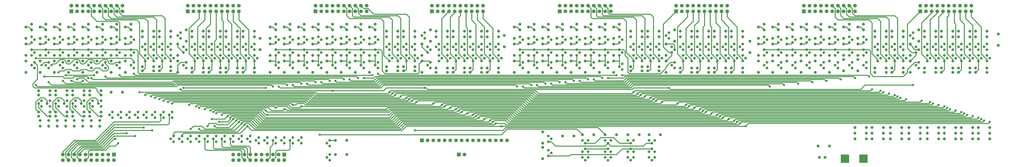
<source format=gtl>
G75*
G70*
%OFA0B0*%
%FSLAX24Y24*%
%IPPOS*%
%LPD*%
%AMOC8*
5,1,8,0,0,1.08239X$1,22.5*
%
%ADD10R,0.1500X0.1500*%
%ADD11C,0.0515*%
%ADD12C,0.0476*%
%ADD13R,0.0650X0.0650*%
%ADD14C,0.0650*%
%ADD15C,0.0160*%
%ADD16C,0.0400*%
D10*
X145517Y004375D03*
X148767Y004375D03*
D11*
X142017Y004625D03*
X141017Y004625D03*
X140767Y006625D03*
X142767Y006625D03*
X147267Y007875D03*
X149267Y007875D03*
X150267Y007875D03*
X152267Y007875D03*
X153517Y007875D03*
X155517Y007875D03*
X156767Y007875D03*
X158767Y007875D03*
X160017Y007875D03*
X162017Y007875D03*
X163017Y007875D03*
X165017Y007875D03*
X166017Y007875D03*
X168017Y007875D03*
X169017Y007875D03*
X171017Y007875D03*
X171017Y008875D03*
X169017Y008875D03*
X168017Y008875D03*
X166017Y008875D03*
X165017Y008875D03*
X165017Y009875D03*
X166017Y009875D03*
X168017Y009875D03*
X169017Y009875D03*
X171017Y009875D03*
X163017Y009875D03*
X162017Y009875D03*
X160017Y009875D03*
X158767Y009875D03*
X156767Y009875D03*
X155517Y009875D03*
X153517Y009875D03*
X152267Y009875D03*
X150267Y009875D03*
X149267Y009875D03*
X149267Y008875D03*
X150267Y008875D03*
X152267Y008875D03*
X153517Y008875D03*
X155517Y008875D03*
X156767Y008875D03*
X158767Y008875D03*
X160017Y008875D03*
X162017Y008875D03*
X163017Y008875D03*
X147267Y008875D03*
X147267Y009875D03*
X113017Y008625D03*
X111017Y008625D03*
X109267Y008625D03*
X107267Y008625D03*
X105267Y008625D03*
X103267Y008625D03*
X101267Y008625D03*
X099267Y008625D03*
X097767Y008375D03*
X095767Y008375D03*
X092267Y009125D03*
X092267Y007125D03*
X092267Y006375D03*
X092267Y004375D03*
X057767Y005125D03*
X055767Y005125D03*
X055767Y007625D03*
X057767Y007625D03*
X018267Y016125D03*
X016267Y016125D03*
X014517Y016375D03*
X012517Y016375D03*
X011517Y016375D03*
X009517Y016375D03*
X008517Y016375D03*
X006517Y016375D03*
X005517Y016375D03*
X003517Y016375D03*
X003517Y015625D03*
X005517Y015625D03*
X006517Y015625D03*
X008517Y015625D03*
X009517Y015625D03*
X011517Y015625D03*
X012517Y015625D03*
X014517Y015625D03*
X014517Y012625D03*
X012517Y012625D03*
X011517Y012625D03*
X009517Y012625D03*
X008517Y012625D03*
X006517Y012625D03*
X005517Y012625D03*
X003517Y012625D03*
X003517Y011875D03*
X005517Y011875D03*
X006517Y011875D03*
X008517Y011875D03*
X009517Y011875D03*
X011517Y011875D03*
X012517Y011875D03*
X014517Y011875D03*
X014267Y011125D03*
X012767Y011125D03*
X011267Y011125D03*
X009767Y011125D03*
X008267Y011125D03*
X006767Y011125D03*
X005267Y011125D03*
X003767Y011125D03*
X003767Y010125D03*
X005267Y010125D03*
X006767Y010125D03*
X008267Y010125D03*
X009767Y010125D03*
X011267Y010125D03*
X012767Y010125D03*
X014267Y010125D03*
X013767Y019625D03*
X011267Y019625D03*
X008767Y019625D03*
X006267Y019625D03*
X003767Y019625D03*
X001267Y019625D03*
X001267Y021625D03*
X003767Y021625D03*
X006267Y021625D03*
X008767Y021625D03*
X011267Y021625D03*
X013767Y021625D03*
X016267Y021625D03*
X018767Y021625D03*
X021767Y020625D03*
X023767Y020625D03*
X024767Y020625D03*
X026767Y020625D03*
X028017Y021625D03*
X028017Y022625D03*
X018767Y022625D03*
X016267Y022625D03*
X013767Y022625D03*
X011267Y022625D03*
X008767Y022625D03*
X006267Y022625D03*
X003767Y022625D03*
X001267Y022625D03*
X001267Y024625D03*
X003767Y024625D03*
X006267Y024625D03*
X008767Y024625D03*
X011267Y024625D03*
X013767Y024625D03*
X016267Y024625D03*
X018767Y024625D03*
X018767Y025625D03*
X016267Y025625D03*
X013767Y025625D03*
X011267Y025625D03*
X008767Y025625D03*
X006267Y025625D03*
X003767Y025625D03*
X001267Y025625D03*
X002267Y027125D03*
X001267Y027625D03*
X002267Y028125D03*
X004767Y028125D03*
X003767Y027625D03*
X004767Y027125D03*
X006267Y027625D03*
X007267Y027125D03*
X008767Y027625D03*
X009767Y027125D03*
X011267Y027625D03*
X012267Y027125D03*
X013767Y027625D03*
X014767Y027125D03*
X016267Y027625D03*
X017267Y027125D03*
X018767Y027625D03*
X019767Y027125D03*
X021767Y026875D03*
X023767Y026875D03*
X024767Y026875D03*
X026767Y026875D03*
X029517Y027125D03*
X030517Y026875D03*
X032517Y026875D03*
X033517Y026875D03*
X035517Y026875D03*
X036517Y026875D03*
X038517Y026875D03*
X039517Y026875D03*
X041517Y026875D03*
X044267Y027625D03*
X045267Y027125D03*
X046767Y027625D03*
X047767Y027125D03*
X049267Y027625D03*
X050267Y027125D03*
X051767Y027625D03*
X052767Y027125D03*
X054267Y027625D03*
X055267Y027125D03*
X056767Y027625D03*
X057767Y027125D03*
X059267Y027625D03*
X060267Y027125D03*
X061767Y027625D03*
X062767Y027125D03*
X064767Y026875D03*
X066767Y026875D03*
X067767Y026875D03*
X069767Y026875D03*
X072517Y027125D03*
X073517Y026875D03*
X075517Y026875D03*
X076517Y026875D03*
X078517Y026875D03*
X079517Y026875D03*
X081517Y026875D03*
X082517Y026875D03*
X084517Y026875D03*
X085517Y026125D03*
X084517Y025875D03*
X082517Y025875D03*
X081517Y025875D03*
X079517Y025875D03*
X078517Y025875D03*
X076517Y025875D03*
X075517Y025875D03*
X073517Y025875D03*
X072517Y025125D03*
X071017Y024625D03*
X069767Y025875D03*
X067767Y025875D03*
X066767Y025875D03*
X064767Y025875D03*
X061767Y025625D03*
X059267Y025625D03*
X056767Y025625D03*
X054267Y025625D03*
X051767Y025625D03*
X049267Y025625D03*
X046767Y025625D03*
X044267Y025625D03*
X042517Y025625D03*
X041517Y025875D03*
X039517Y025875D03*
X038517Y025875D03*
X036517Y025875D03*
X035517Y025875D03*
X033517Y025875D03*
X032517Y025875D03*
X030517Y025875D03*
X029517Y025125D03*
X028017Y024625D03*
X026767Y025875D03*
X024767Y025875D03*
X023767Y025875D03*
X021767Y025875D03*
X019767Y028125D03*
X017267Y028125D03*
X014767Y028125D03*
X012267Y028125D03*
X009767Y028125D03*
X007267Y028125D03*
X042517Y023625D03*
X044267Y022625D03*
X046767Y022625D03*
X049267Y022625D03*
X051767Y022625D03*
X054267Y022625D03*
X056767Y022625D03*
X059267Y022625D03*
X061767Y022625D03*
X061767Y021625D03*
X059267Y021625D03*
X056767Y021625D03*
X054267Y021625D03*
X051767Y021625D03*
X049267Y021625D03*
X046767Y021625D03*
X044267Y021625D03*
X041517Y020375D03*
X039517Y020375D03*
X038517Y020375D03*
X036517Y020375D03*
X035517Y020375D03*
X033517Y020375D03*
X032517Y020375D03*
X030517Y020375D03*
X030517Y019625D03*
X032517Y019625D03*
X033517Y019625D03*
X035517Y019625D03*
X036517Y019625D03*
X038517Y019625D03*
X039517Y019625D03*
X041517Y019625D03*
X044267Y019625D03*
X046767Y019625D03*
X049267Y019625D03*
X051767Y019625D03*
X054267Y019625D03*
X056767Y019625D03*
X059267Y019625D03*
X061767Y019625D03*
X064767Y019875D03*
X066767Y019875D03*
X067767Y019875D03*
X069767Y019875D03*
X071017Y019625D03*
X073517Y019625D03*
X073517Y020375D03*
X075517Y020375D03*
X076517Y020375D03*
X078517Y020375D03*
X079517Y020375D03*
X081517Y020375D03*
X082517Y020375D03*
X084517Y020375D03*
X084517Y019625D03*
X082517Y019625D03*
X081517Y019625D03*
X079517Y019625D03*
X078517Y019625D03*
X076517Y019625D03*
X075517Y019625D03*
X069767Y020625D03*
X067767Y020625D03*
X066767Y020625D03*
X064767Y020625D03*
X071017Y021625D03*
X071017Y022625D03*
X061767Y024625D03*
X059267Y024625D03*
X056767Y024625D03*
X054267Y024625D03*
X051767Y024625D03*
X049267Y024625D03*
X046767Y024625D03*
X044267Y024625D03*
X045267Y028125D03*
X047767Y028125D03*
X050267Y028125D03*
X052767Y028125D03*
X055267Y028125D03*
X057767Y028125D03*
X060267Y028125D03*
X062767Y028125D03*
X085517Y024125D03*
X087267Y024625D03*
X089767Y024625D03*
X092267Y024625D03*
X094767Y024625D03*
X097267Y024625D03*
X099767Y024625D03*
X102267Y024625D03*
X104767Y024625D03*
X104767Y025625D03*
X102267Y025625D03*
X099767Y025625D03*
X097267Y025625D03*
X094767Y025625D03*
X092267Y025625D03*
X089767Y025625D03*
X087267Y025625D03*
X088267Y027125D03*
X087267Y027625D03*
X088267Y028125D03*
X090767Y028125D03*
X089767Y027625D03*
X090767Y027125D03*
X092267Y027625D03*
X093267Y027125D03*
X094767Y027625D03*
X095767Y027125D03*
X097267Y027625D03*
X098267Y027125D03*
X099767Y027625D03*
X100767Y027125D03*
X102267Y027625D03*
X103267Y027125D03*
X104767Y027625D03*
X105767Y027125D03*
X107767Y026875D03*
X109767Y026875D03*
X110767Y026875D03*
X112767Y026875D03*
X115517Y027125D03*
X116517Y026875D03*
X118517Y026875D03*
X119517Y026875D03*
X121517Y026875D03*
X122517Y026875D03*
X124517Y026875D03*
X125517Y026875D03*
X127517Y026875D03*
X130267Y027625D03*
X131267Y027125D03*
X132767Y027625D03*
X133767Y027125D03*
X135267Y027625D03*
X136267Y027125D03*
X137767Y027625D03*
X138767Y027125D03*
X140267Y027625D03*
X141267Y027125D03*
X142767Y027625D03*
X143767Y027125D03*
X145267Y027625D03*
X146267Y027125D03*
X147767Y027625D03*
X148767Y027125D03*
X150767Y026875D03*
X152767Y026875D03*
X153767Y026875D03*
X155767Y026875D03*
X158517Y027125D03*
X159517Y026875D03*
X161517Y026875D03*
X162517Y026875D03*
X164517Y026875D03*
X165517Y026875D03*
X167517Y026875D03*
X168517Y026875D03*
X170517Y026875D03*
X172517Y026375D03*
X170517Y025875D03*
X168517Y025875D03*
X167517Y025875D03*
X165517Y025875D03*
X164517Y025875D03*
X162517Y025875D03*
X161517Y025875D03*
X159517Y025875D03*
X158517Y025125D03*
X157017Y024625D03*
X155767Y025875D03*
X153767Y025875D03*
X152767Y025875D03*
X150767Y025875D03*
X147767Y025625D03*
X145267Y025625D03*
X142767Y025625D03*
X140267Y025625D03*
X137767Y025625D03*
X135267Y025625D03*
X132767Y025625D03*
X130267Y025625D03*
X128767Y025125D03*
X130267Y024625D03*
X132767Y024625D03*
X135267Y024625D03*
X137767Y024625D03*
X140267Y024625D03*
X142767Y024625D03*
X145267Y024625D03*
X147767Y024625D03*
X147767Y022625D03*
X147767Y021875D03*
X145267Y021875D03*
X142767Y021625D03*
X140267Y021625D03*
X137767Y021625D03*
X135267Y021625D03*
X132767Y021625D03*
X130267Y021625D03*
X130267Y022625D03*
X132767Y022625D03*
X135267Y022625D03*
X137767Y022625D03*
X140267Y022625D03*
X142767Y022625D03*
X145267Y022625D03*
X150767Y020375D03*
X150767Y019625D03*
X147767Y019875D03*
X145267Y019875D03*
X142767Y019625D03*
X140267Y019625D03*
X137767Y019625D03*
X135267Y019625D03*
X132767Y019625D03*
X130267Y019625D03*
X127517Y019625D03*
X125517Y019625D03*
X124517Y019625D03*
X122517Y019625D03*
X121517Y019625D03*
X119517Y019625D03*
X118517Y019625D03*
X116517Y019625D03*
X114017Y019625D03*
X112767Y019875D03*
X110767Y019875D03*
X109767Y019875D03*
X107767Y019875D03*
X104767Y019625D03*
X102267Y019625D03*
X099767Y019625D03*
X097267Y019625D03*
X094767Y019625D03*
X092267Y019625D03*
X089767Y019625D03*
X087267Y019625D03*
X087267Y021625D03*
X089767Y021625D03*
X092267Y021625D03*
X094767Y021625D03*
X097267Y021625D03*
X099767Y021625D03*
X102267Y021625D03*
X104767Y021625D03*
X107767Y020625D03*
X109767Y020625D03*
X110767Y020625D03*
X112767Y020625D03*
X114017Y021625D03*
X114017Y022625D03*
X114017Y024625D03*
X115517Y025125D03*
X116517Y025875D03*
X118517Y025875D03*
X119517Y025875D03*
X121517Y025875D03*
X122517Y025875D03*
X124517Y025875D03*
X125517Y025875D03*
X127517Y025875D03*
X128767Y023125D03*
X127517Y020375D03*
X125517Y020375D03*
X124517Y020375D03*
X122517Y020375D03*
X121517Y020375D03*
X119517Y020375D03*
X118517Y020375D03*
X116517Y020375D03*
X104767Y022625D03*
X102267Y022625D03*
X099767Y022625D03*
X097267Y022625D03*
X094767Y022625D03*
X092267Y022625D03*
X089767Y022625D03*
X087267Y022625D03*
X107767Y025875D03*
X109767Y025875D03*
X110767Y025875D03*
X112767Y025875D03*
X105767Y028125D03*
X103267Y028125D03*
X100767Y028125D03*
X098267Y028125D03*
X095767Y028125D03*
X093267Y028125D03*
X131267Y028125D03*
X133767Y028125D03*
X136267Y028125D03*
X138767Y028125D03*
X141267Y028125D03*
X143767Y028125D03*
X146267Y028125D03*
X148767Y028125D03*
X172517Y024375D03*
X157017Y022625D03*
X157017Y021625D03*
X155767Y020375D03*
X153767Y020375D03*
X152767Y020375D03*
X152767Y019625D03*
X153767Y019625D03*
X155767Y019625D03*
X157017Y019625D03*
X159517Y019625D03*
X159517Y020375D03*
X161517Y020375D03*
X162517Y020375D03*
X164517Y020375D03*
X165517Y020375D03*
X167517Y020375D03*
X168517Y020375D03*
X170517Y020375D03*
X170517Y019625D03*
X168517Y019625D03*
X167517Y019625D03*
X165517Y019625D03*
X164517Y019625D03*
X162517Y019625D03*
X161517Y019625D03*
X028017Y019625D03*
X026767Y019875D03*
X024767Y019875D03*
X023767Y019875D03*
X021767Y019875D03*
X018767Y019625D03*
X016267Y019625D03*
D12*
X015267Y020375D03*
X014767Y020875D03*
X012767Y020375D03*
X012267Y020875D03*
X010267Y020375D03*
X009767Y020875D03*
X007767Y020375D03*
X007267Y020875D03*
X005267Y020375D03*
X004767Y020875D03*
X002767Y020375D03*
X002267Y020875D03*
X002767Y021375D03*
X005267Y021375D03*
X007767Y021375D03*
X010267Y021375D03*
X012767Y021375D03*
X015267Y021375D03*
X017267Y020875D03*
X017767Y020375D03*
X019767Y020875D03*
X020267Y020375D03*
X020267Y021375D03*
X022267Y021625D03*
X023767Y021625D03*
X025267Y021625D03*
X026767Y021625D03*
X029517Y021375D03*
X031017Y021625D03*
X032517Y021625D03*
X034017Y021625D03*
X035517Y021625D03*
X037017Y021625D03*
X038517Y021625D03*
X040017Y021625D03*
X041517Y021625D03*
X042017Y022125D03*
X041517Y022625D03*
X040517Y022125D03*
X040017Y022625D03*
X039017Y022125D03*
X038517Y022625D03*
X037517Y022125D03*
X037017Y022625D03*
X036017Y022125D03*
X035517Y022625D03*
X034517Y022125D03*
X034017Y022625D03*
X033017Y022125D03*
X032517Y022625D03*
X031517Y022125D03*
X031017Y022625D03*
X029017Y023125D03*
X029517Y023625D03*
X029017Y024125D03*
X030517Y024125D03*
X031017Y023625D03*
X032017Y024125D03*
X032517Y023625D03*
X033517Y024125D03*
X034017Y023625D03*
X035017Y024125D03*
X035517Y023625D03*
X036517Y024125D03*
X037017Y023625D03*
X038017Y024125D03*
X038517Y023625D03*
X039517Y024125D03*
X040017Y023625D03*
X041017Y024125D03*
X041517Y023625D03*
X045267Y023625D03*
X045767Y023125D03*
X047767Y023625D03*
X048267Y023125D03*
X050267Y023625D03*
X050767Y023125D03*
X050267Y022625D03*
X047767Y022625D03*
X045267Y022625D03*
X045767Y021375D03*
X048267Y021375D03*
X050767Y021375D03*
X050267Y020875D03*
X050767Y020375D03*
X048267Y020375D03*
X047767Y020875D03*
X045767Y020375D03*
X045267Y020875D03*
X052767Y020875D03*
X053267Y020375D03*
X055267Y020875D03*
X055767Y020375D03*
X057767Y020875D03*
X058267Y020375D03*
X060267Y020875D03*
X060767Y020375D03*
X062767Y020875D03*
X063267Y020375D03*
X063267Y021375D03*
X065267Y021625D03*
X066767Y021625D03*
X068267Y021625D03*
X069767Y021625D03*
X070267Y022125D03*
X069767Y022625D03*
X068767Y022125D03*
X068267Y022625D03*
X067267Y022125D03*
X066767Y022625D03*
X065767Y022125D03*
X065267Y022625D03*
X063267Y023125D03*
X062767Y023625D03*
X064767Y024125D03*
X065267Y023625D03*
X066267Y024125D03*
X066767Y023625D03*
X067767Y024125D03*
X068267Y023625D03*
X069267Y024125D03*
X069767Y023625D03*
X072017Y023125D03*
X072517Y023625D03*
X072017Y024125D03*
X073517Y024125D03*
X074017Y023625D03*
X075017Y024125D03*
X075517Y023625D03*
X076517Y024125D03*
X077017Y023625D03*
X078017Y024125D03*
X078517Y023625D03*
X079517Y024125D03*
X080017Y023625D03*
X081017Y024125D03*
X081517Y023625D03*
X082517Y024125D03*
X083017Y023625D03*
X084017Y024125D03*
X084517Y023625D03*
X088267Y023625D03*
X088767Y023125D03*
X090767Y023625D03*
X091267Y023125D03*
X093267Y023625D03*
X093767Y023125D03*
X095767Y023625D03*
X096267Y023125D03*
X095767Y022625D03*
X093267Y022625D03*
X090767Y022625D03*
X088267Y022625D03*
X085017Y022125D03*
X084517Y022625D03*
X083517Y022125D03*
X083017Y022625D03*
X082017Y022125D03*
X081517Y022625D03*
X080517Y022125D03*
X080017Y022625D03*
X079017Y022125D03*
X078517Y022625D03*
X077517Y022125D03*
X077017Y022625D03*
X076017Y022125D03*
X075517Y022625D03*
X074517Y022125D03*
X074017Y022625D03*
X074017Y021625D03*
X075517Y021625D03*
X077017Y021625D03*
X078517Y021625D03*
X080017Y021625D03*
X081517Y021625D03*
X083017Y021625D03*
X084517Y021625D03*
X088267Y020875D03*
X088767Y020375D03*
X090767Y020875D03*
X091267Y020375D03*
X093267Y020875D03*
X093767Y020375D03*
X095767Y020875D03*
X096267Y020375D03*
X098267Y020875D03*
X098767Y020375D03*
X100767Y020875D03*
X101267Y020375D03*
X103267Y020875D03*
X103767Y020375D03*
X105767Y020625D03*
X106267Y021125D03*
X108267Y021625D03*
X109767Y021625D03*
X111267Y021625D03*
X112767Y021625D03*
X115517Y021375D03*
X117017Y021625D03*
X118517Y021625D03*
X120017Y021625D03*
X121517Y021625D03*
X123017Y021625D03*
X124517Y021625D03*
X126017Y021625D03*
X127517Y021625D03*
X128017Y022125D03*
X127517Y022625D03*
X126517Y022125D03*
X126017Y022625D03*
X125017Y022125D03*
X124517Y022625D03*
X123517Y022125D03*
X123017Y022625D03*
X122017Y022125D03*
X121517Y022625D03*
X120517Y022125D03*
X120017Y022625D03*
X119017Y022125D03*
X118517Y022625D03*
X117517Y022125D03*
X117017Y022625D03*
X115017Y023125D03*
X115517Y023625D03*
X115017Y024125D03*
X116517Y024125D03*
X117017Y023625D03*
X118017Y024125D03*
X118517Y023625D03*
X119517Y024125D03*
X120017Y023625D03*
X121017Y024125D03*
X121517Y023625D03*
X122517Y024125D03*
X123017Y023625D03*
X124017Y024125D03*
X124517Y023625D03*
X125517Y024125D03*
X126017Y023625D03*
X127017Y024125D03*
X127517Y023625D03*
X131267Y023625D03*
X131767Y023125D03*
X133767Y023625D03*
X134267Y023125D03*
X136267Y023625D03*
X136767Y023125D03*
X136267Y022625D03*
X133767Y022625D03*
X131267Y022625D03*
X131767Y021375D03*
X134267Y021375D03*
X136767Y021375D03*
X136267Y020875D03*
X136767Y020375D03*
X134267Y020375D03*
X133767Y020875D03*
X131767Y020375D03*
X131267Y020875D03*
X138767Y020875D03*
X139267Y020375D03*
X141267Y020875D03*
X141767Y020375D03*
X143767Y020875D03*
X144267Y020375D03*
X146267Y020875D03*
X146767Y020375D03*
X148767Y020875D03*
X149267Y020375D03*
X149267Y021375D03*
X151267Y021625D03*
X152767Y021625D03*
X154267Y021625D03*
X155767Y021625D03*
X156267Y022125D03*
X155767Y022625D03*
X154767Y022125D03*
X154267Y022625D03*
X153267Y022125D03*
X152767Y022625D03*
X151767Y022125D03*
X151267Y022625D03*
X149267Y023125D03*
X148767Y023625D03*
X150767Y024125D03*
X151267Y023625D03*
X152267Y024125D03*
X152767Y023625D03*
X153767Y024125D03*
X154267Y023625D03*
X155267Y024125D03*
X155767Y023625D03*
X158017Y023125D03*
X158517Y023625D03*
X158017Y024125D03*
X159517Y024125D03*
X160017Y023625D03*
X161017Y024125D03*
X161517Y023625D03*
X162517Y024125D03*
X163017Y023625D03*
X164017Y024125D03*
X164517Y023625D03*
X165517Y024125D03*
X166017Y023625D03*
X167017Y024125D03*
X167517Y023625D03*
X168517Y024125D03*
X169017Y023625D03*
X170017Y024125D03*
X170517Y023625D03*
X170517Y022625D03*
X171017Y022125D03*
X169517Y022125D03*
X169017Y022625D03*
X168017Y022125D03*
X167517Y022625D03*
X166517Y022125D03*
X166017Y022625D03*
X165017Y022125D03*
X164517Y022625D03*
X163517Y022125D03*
X163017Y022625D03*
X162017Y022125D03*
X161517Y022625D03*
X160517Y022125D03*
X160017Y022625D03*
X160017Y021625D03*
X161517Y021625D03*
X163017Y021625D03*
X164517Y021625D03*
X166017Y021625D03*
X167517Y021625D03*
X169017Y021625D03*
X170517Y021625D03*
X158517Y021375D03*
X158017Y020875D03*
X158517Y020375D03*
X148767Y022625D03*
X146267Y022625D03*
X146767Y023125D03*
X146267Y023625D03*
X144267Y023125D03*
X143767Y023625D03*
X141767Y023125D03*
X141267Y023625D03*
X139267Y023125D03*
X138767Y023625D03*
X138767Y022625D03*
X141267Y022625D03*
X143767Y022625D03*
X144267Y021375D03*
X146767Y021375D03*
X141767Y021375D03*
X139267Y021375D03*
X127517Y024625D03*
X126017Y024625D03*
X124517Y024625D03*
X123017Y024625D03*
X121517Y024625D03*
X120017Y024625D03*
X118517Y024625D03*
X117017Y024625D03*
X112767Y024625D03*
X111267Y024625D03*
X109767Y024625D03*
X108267Y024625D03*
X105767Y024875D03*
X106267Y025375D03*
X105767Y025875D03*
X103767Y025375D03*
X103267Y024875D03*
X101267Y025375D03*
X100767Y024875D03*
X098767Y025375D03*
X098267Y024875D03*
X098267Y025875D03*
X100767Y025875D03*
X103267Y025875D03*
X096267Y025375D03*
X095767Y024875D03*
X093767Y025375D03*
X093267Y024875D03*
X091267Y025375D03*
X090767Y024875D03*
X088767Y025375D03*
X088267Y024875D03*
X088267Y025875D03*
X090767Y025875D03*
X093267Y025875D03*
X095767Y025875D03*
X098267Y023625D03*
X098767Y023125D03*
X100767Y023625D03*
X101267Y023125D03*
X103267Y023625D03*
X103767Y023125D03*
X105767Y023625D03*
X106267Y023125D03*
X108267Y023625D03*
X107767Y024125D03*
X109267Y024125D03*
X109767Y023625D03*
X110767Y024125D03*
X111267Y023625D03*
X112267Y024125D03*
X112767Y023625D03*
X112767Y022625D03*
X113267Y022125D03*
X111767Y022125D03*
X111267Y022625D03*
X110267Y022125D03*
X109767Y022625D03*
X108767Y022125D03*
X108267Y022625D03*
X105767Y022625D03*
X103267Y022625D03*
X100767Y022625D03*
X098267Y022625D03*
X098767Y021375D03*
X101267Y021375D03*
X103767Y021375D03*
X106267Y020125D03*
X115017Y020875D03*
X115517Y020375D03*
X096267Y021375D03*
X093767Y021375D03*
X091267Y021375D03*
X088767Y021375D03*
X084517Y024625D03*
X083017Y024625D03*
X081517Y024625D03*
X080017Y024625D03*
X078517Y024625D03*
X077017Y024625D03*
X075517Y024625D03*
X074017Y024625D03*
X071517Y025625D03*
X071017Y026125D03*
X071517Y026625D03*
X063267Y025375D03*
X062767Y024875D03*
X060767Y025375D03*
X060267Y024875D03*
X058267Y025375D03*
X057767Y024875D03*
X055767Y025375D03*
X055267Y024875D03*
X053267Y025375D03*
X052767Y024875D03*
X052767Y025875D03*
X055267Y025875D03*
X057767Y025875D03*
X060267Y025875D03*
X062767Y025875D03*
X065267Y024625D03*
X066767Y024625D03*
X068267Y024625D03*
X069767Y024625D03*
X060767Y023125D03*
X060267Y023625D03*
X058267Y023125D03*
X057767Y023625D03*
X055767Y023125D03*
X055267Y023625D03*
X053267Y023125D03*
X052767Y023625D03*
X052767Y022625D03*
X055267Y022625D03*
X057767Y022625D03*
X060267Y022625D03*
X062767Y022625D03*
X060767Y021375D03*
X058267Y021375D03*
X055767Y021375D03*
X053267Y021375D03*
X041517Y024625D03*
X040017Y024625D03*
X038517Y024625D03*
X037017Y024625D03*
X035517Y024625D03*
X034017Y024625D03*
X032517Y024625D03*
X031017Y024625D03*
X026767Y024625D03*
X025267Y024625D03*
X023767Y024625D03*
X022267Y024625D03*
X019767Y024875D03*
X020267Y025375D03*
X019767Y025875D03*
X017767Y025375D03*
X017267Y024875D03*
X015267Y025375D03*
X014767Y024875D03*
X012767Y025375D03*
X012267Y024875D03*
X010267Y025375D03*
X009767Y024875D03*
X007767Y025375D03*
X007267Y024875D03*
X005267Y025375D03*
X004767Y024875D03*
X002767Y025375D03*
X002267Y024875D03*
X002267Y025875D03*
X004767Y025875D03*
X007267Y025875D03*
X009767Y025875D03*
X012267Y025875D03*
X014767Y025875D03*
X017267Y025875D03*
X021767Y024125D03*
X022267Y023625D03*
X023267Y024125D03*
X023767Y023625D03*
X024767Y024125D03*
X025267Y023625D03*
X026267Y024125D03*
X026767Y023625D03*
X026767Y022625D03*
X027267Y022125D03*
X025767Y022125D03*
X025267Y022625D03*
X024267Y022125D03*
X023767Y022625D03*
X022767Y022125D03*
X022267Y022625D03*
X019767Y022625D03*
X020267Y023125D03*
X019767Y023625D03*
X017767Y023125D03*
X017267Y023625D03*
X015267Y023125D03*
X014767Y023625D03*
X012767Y023125D03*
X012267Y023625D03*
X010267Y023125D03*
X009767Y023625D03*
X007767Y023125D03*
X007267Y023625D03*
X005267Y023125D03*
X004767Y023625D03*
X002767Y023125D03*
X002267Y023625D03*
X002267Y022625D03*
X004767Y022625D03*
X007267Y022625D03*
X009767Y022625D03*
X012267Y022625D03*
X014767Y022625D03*
X017267Y022625D03*
X017767Y021375D03*
X029017Y020875D03*
X029517Y020375D03*
X045267Y024875D03*
X045767Y025375D03*
X045267Y025875D03*
X047767Y025875D03*
X048267Y025375D03*
X047767Y024875D03*
X050267Y024875D03*
X050767Y025375D03*
X050267Y025875D03*
X028517Y025625D03*
X028017Y026125D03*
X028517Y026625D03*
X072017Y020875D03*
X072517Y020375D03*
X072517Y021375D03*
X114017Y026125D03*
X114517Y025625D03*
X114517Y026625D03*
X131267Y025875D03*
X131767Y025375D03*
X131267Y024875D03*
X133767Y024875D03*
X134267Y025375D03*
X133767Y025875D03*
X136267Y025875D03*
X136767Y025375D03*
X136267Y024875D03*
X138767Y024875D03*
X139267Y025375D03*
X138767Y025875D03*
X141267Y025875D03*
X141767Y025375D03*
X141267Y024875D03*
X143767Y024875D03*
X144267Y025375D03*
X143767Y025875D03*
X146267Y025875D03*
X146767Y025375D03*
X146267Y024875D03*
X148767Y024875D03*
X149267Y025375D03*
X148767Y025875D03*
X151267Y024625D03*
X152767Y024625D03*
X154267Y024625D03*
X155767Y024625D03*
X157517Y025625D03*
X157017Y026125D03*
X157517Y026625D03*
X160017Y024625D03*
X161517Y024625D03*
X163017Y024625D03*
X164517Y024625D03*
X166017Y024625D03*
X167517Y024625D03*
X169017Y024625D03*
X170517Y024625D03*
X093267Y008375D03*
X093767Y007875D03*
X093267Y007375D03*
X099267Y007625D03*
X099767Y007125D03*
X100267Y007625D03*
X103267Y007625D03*
X103767Y007125D03*
X104267Y007625D03*
X107267Y007625D03*
X107767Y007125D03*
X108267Y007625D03*
X111017Y007625D03*
X111517Y007125D03*
X112017Y007625D03*
X111517Y006125D03*
X112017Y005625D03*
X111017Y005625D03*
X111017Y004625D03*
X112017Y004625D03*
X111517Y004125D03*
X108267Y004625D03*
X107267Y004625D03*
X107767Y004125D03*
X104267Y004625D03*
X103267Y004625D03*
X100267Y004625D03*
X099267Y004625D03*
X099767Y004125D03*
X103767Y004125D03*
X104267Y005625D03*
X103267Y005625D03*
X100267Y005625D03*
X099267Y005625D03*
X099767Y006125D03*
X103767Y006125D03*
X107267Y005625D03*
X108267Y005625D03*
X107767Y006125D03*
X093767Y005375D03*
X093267Y005875D03*
X093267Y004875D03*
X054767Y005125D03*
X054267Y004625D03*
X054767Y004125D03*
X054767Y006625D03*
X054267Y007125D03*
X054767Y007625D03*
X049767Y007125D03*
X049267Y007625D03*
X049767Y008125D03*
X048267Y008125D03*
X047767Y007625D03*
X048267Y007125D03*
X046767Y007125D03*
X046267Y007625D03*
X046767Y008125D03*
X045267Y008125D03*
X044767Y007625D03*
X045267Y007125D03*
X043767Y007125D03*
X043267Y007625D03*
X043767Y008125D03*
X042267Y008125D03*
X041767Y007625D03*
X042267Y007125D03*
X040767Y007375D03*
X039267Y007375D03*
X037767Y007375D03*
X036267Y007375D03*
X034767Y007375D03*
X033267Y007375D03*
X031767Y007375D03*
X030267Y007375D03*
X028767Y007375D03*
X027267Y007375D03*
X026767Y007875D03*
X027267Y008375D03*
X028267Y007875D03*
X028767Y008375D03*
X029767Y007875D03*
X030267Y008375D03*
X031267Y007875D03*
X031767Y008375D03*
X032767Y007875D03*
X033267Y008375D03*
X034267Y007875D03*
X034767Y008375D03*
X035767Y007875D03*
X036267Y008375D03*
X037267Y007875D03*
X037767Y008375D03*
X038767Y007875D03*
X039267Y008375D03*
X040267Y007875D03*
X040767Y008375D03*
X027017Y011625D03*
X025517Y011625D03*
X024017Y011625D03*
X022517Y011625D03*
X021017Y011625D03*
X019517Y011625D03*
X018017Y011625D03*
X016517Y011625D03*
X016017Y012125D03*
X016517Y012625D03*
X017517Y012125D03*
X018017Y012625D03*
X019017Y012125D03*
X019517Y012625D03*
X020517Y012125D03*
X021017Y012625D03*
X022017Y012125D03*
X022517Y012625D03*
X023517Y012125D03*
X024017Y012625D03*
X025017Y012125D03*
X025517Y012625D03*
X026517Y012125D03*
X027017Y012625D03*
X014517Y013625D03*
X014017Y014125D03*
X013017Y013625D03*
X012517Y014125D03*
X011517Y013625D03*
X011017Y014125D03*
X010017Y013625D03*
X009517Y014125D03*
X008517Y013625D03*
X008017Y014125D03*
X007017Y013625D03*
X006517Y014125D03*
X005517Y013625D03*
X005017Y014125D03*
X004017Y013625D03*
X003517Y014125D03*
X004017Y014625D03*
X005517Y014625D03*
X007017Y014625D03*
X008517Y014625D03*
X010017Y014625D03*
X011517Y014625D03*
X013017Y014625D03*
X014517Y014625D03*
D13*
X016767Y005125D03*
X046767Y005125D03*
X071017Y007625D03*
X077517Y005125D03*
X072767Y030375D03*
X052267Y030375D03*
X029767Y030375D03*
X009267Y030375D03*
X095267Y030375D03*
X115767Y030375D03*
X138267Y030375D03*
X158767Y030375D03*
D14*
X007767Y004125D03*
X008767Y004125D03*
X009767Y004125D03*
X010767Y004125D03*
X011767Y004125D03*
X012767Y004125D03*
X013767Y004125D03*
X014767Y004125D03*
X015767Y004125D03*
X016767Y004125D03*
X015767Y005125D03*
X014767Y005125D03*
X013767Y005125D03*
X012767Y005125D03*
X011767Y005125D03*
X010767Y005125D03*
X009767Y005125D03*
X008767Y005125D03*
X007767Y005125D03*
X037767Y005125D03*
X038767Y005125D03*
X039767Y005125D03*
X040767Y005125D03*
X041767Y005125D03*
X042767Y005125D03*
X043767Y005125D03*
X044767Y005125D03*
X045767Y005125D03*
X045767Y004125D03*
X046767Y004125D03*
X044767Y004125D03*
X043767Y004125D03*
X042767Y004125D03*
X041767Y004125D03*
X040767Y004125D03*
X039767Y004125D03*
X038767Y004125D03*
X037767Y004125D03*
X072017Y007625D03*
X073017Y007625D03*
X074017Y007625D03*
X075017Y007625D03*
X076017Y007625D03*
X077017Y007625D03*
X078017Y007625D03*
X079017Y007625D03*
X080017Y007625D03*
X081017Y007625D03*
X082017Y007625D03*
X083017Y007625D03*
X084017Y007625D03*
X085017Y007625D03*
X086017Y007625D03*
X078517Y005125D03*
X078767Y030375D03*
X079767Y030375D03*
X080767Y030375D03*
X081767Y030375D03*
X077767Y030375D03*
X076767Y030375D03*
X075767Y030375D03*
X074767Y030375D03*
X073767Y030375D03*
X073767Y031375D03*
X074767Y031375D03*
X075767Y031375D03*
X076767Y031375D03*
X077767Y031375D03*
X078767Y031375D03*
X079767Y031375D03*
X080767Y031375D03*
X081767Y031375D03*
X072767Y031375D03*
X061267Y031375D03*
X060267Y031375D03*
X059267Y031375D03*
X058267Y031375D03*
X057267Y031375D03*
X056267Y031375D03*
X055267Y031375D03*
X054267Y031375D03*
X053267Y031375D03*
X052267Y031375D03*
X053267Y030375D03*
X054267Y030375D03*
X055267Y030375D03*
X056267Y030375D03*
X057267Y030375D03*
X058267Y030375D03*
X059267Y030375D03*
X060267Y030375D03*
X061267Y030375D03*
X038767Y030375D03*
X037767Y030375D03*
X036767Y030375D03*
X035767Y030375D03*
X034767Y030375D03*
X033767Y030375D03*
X032767Y030375D03*
X031767Y030375D03*
X030767Y030375D03*
X030767Y031375D03*
X031767Y031375D03*
X032767Y031375D03*
X033767Y031375D03*
X034767Y031375D03*
X035767Y031375D03*
X036767Y031375D03*
X037767Y031375D03*
X038767Y031375D03*
X029767Y031375D03*
X018267Y031375D03*
X017267Y031375D03*
X016267Y031375D03*
X015267Y031375D03*
X014267Y031375D03*
X013267Y031375D03*
X012267Y031375D03*
X011267Y031375D03*
X010267Y031375D03*
X009267Y031375D03*
X010267Y030375D03*
X011267Y030375D03*
X012267Y030375D03*
X013267Y030375D03*
X014267Y030375D03*
X015267Y030375D03*
X016267Y030375D03*
X017267Y030375D03*
X018267Y030375D03*
X095267Y031375D03*
X096267Y031375D03*
X097267Y031375D03*
X098267Y031375D03*
X099267Y031375D03*
X100267Y031375D03*
X101267Y031375D03*
X102267Y031375D03*
X103267Y031375D03*
X104267Y031375D03*
X104267Y030375D03*
X103267Y030375D03*
X102267Y030375D03*
X101267Y030375D03*
X100267Y030375D03*
X099267Y030375D03*
X098267Y030375D03*
X097267Y030375D03*
X096267Y030375D03*
X115767Y031375D03*
X116767Y031375D03*
X117767Y031375D03*
X118767Y031375D03*
X119767Y031375D03*
X120767Y031375D03*
X121767Y031375D03*
X122767Y031375D03*
X123767Y031375D03*
X124767Y031375D03*
X124767Y030375D03*
X123767Y030375D03*
X122767Y030375D03*
X121767Y030375D03*
X120767Y030375D03*
X119767Y030375D03*
X118767Y030375D03*
X117767Y030375D03*
X116767Y030375D03*
X138267Y031375D03*
X139267Y031375D03*
X140267Y031375D03*
X141267Y031375D03*
X142267Y031375D03*
X143267Y031375D03*
X144267Y031375D03*
X145267Y031375D03*
X146267Y031375D03*
X147267Y031375D03*
X147267Y030375D03*
X146267Y030375D03*
X145267Y030375D03*
X144267Y030375D03*
X143267Y030375D03*
X142267Y030375D03*
X141267Y030375D03*
X140267Y030375D03*
X139267Y030375D03*
X158767Y031375D03*
X159767Y031375D03*
X160767Y031375D03*
X161767Y031375D03*
X162767Y031375D03*
X163767Y031375D03*
X164767Y031375D03*
X165767Y031375D03*
X166767Y031375D03*
X167767Y031375D03*
X167767Y030375D03*
X166767Y030375D03*
X165767Y030375D03*
X164767Y030375D03*
X163767Y030375D03*
X162767Y030375D03*
X161767Y030375D03*
X160767Y030375D03*
X159767Y030375D03*
D15*
X160767Y030375D02*
X160767Y030125D01*
X159017Y028375D01*
X159017Y022875D01*
X160017Y021875D01*
X160017Y021625D01*
X160517Y022875D02*
X161517Y021875D01*
X161517Y021625D01*
X162017Y022875D02*
X163017Y021875D01*
X163017Y021625D01*
X163017Y020125D01*
X162517Y019625D01*
X165517Y019625D02*
X166017Y020125D01*
X166017Y021625D01*
X166017Y021875D01*
X165017Y022875D01*
X165017Y028125D01*
X164767Y028375D01*
X164767Y030375D01*
X165767Y030375D02*
X165767Y028875D01*
X166517Y028125D01*
X166517Y022875D01*
X167517Y021875D01*
X167517Y021625D01*
X168017Y022875D02*
X169017Y021875D01*
X169017Y021625D01*
X169017Y020125D01*
X168517Y019625D01*
X170517Y021625D02*
X170517Y021875D01*
X169517Y022875D01*
X169517Y027625D01*
X167767Y029375D01*
X167767Y030375D01*
X166767Y030375D02*
X166767Y029125D01*
X168017Y027875D01*
X168017Y022875D01*
X164517Y021875D02*
X163517Y022875D01*
X163517Y029375D01*
X163767Y029625D01*
X163767Y030375D01*
X162767Y030375D02*
X162767Y030125D01*
X162017Y029375D01*
X162017Y022875D01*
X160517Y022875D02*
X160517Y028875D01*
X161767Y030125D01*
X161767Y030375D01*
X158767Y030375D02*
X156517Y028125D01*
X156517Y023875D01*
X157267Y023125D01*
X158017Y023125D01*
X158017Y022625D01*
X157017Y021625D01*
X157767Y021375D02*
X158517Y021375D01*
X157767Y021375D02*
X156517Y020125D01*
X156517Y019625D01*
X155767Y018875D01*
X150517Y018875D01*
X150017Y019375D01*
X150017Y023375D01*
X149767Y023625D01*
X148767Y023625D01*
X146267Y023625D01*
X143767Y023625D01*
X141267Y023625D01*
X138767Y023625D01*
X136267Y023625D01*
X133767Y023625D01*
X131267Y023625D01*
X127517Y021875D02*
X126517Y022875D01*
X126517Y027625D01*
X124767Y029375D01*
X124767Y030375D01*
X123767Y030375D02*
X123767Y028875D01*
X125017Y027625D01*
X125017Y022875D01*
X126017Y021875D01*
X126017Y021625D01*
X126017Y020125D01*
X125517Y019625D01*
X123017Y020125D02*
X122517Y019625D01*
X123017Y020125D02*
X123017Y021625D01*
X123017Y021875D01*
X122017Y022875D01*
X122017Y027625D01*
X121767Y027875D01*
X121767Y030375D01*
X122767Y030375D02*
X122767Y028375D01*
X123517Y027625D01*
X123517Y022875D01*
X124517Y021875D01*
X124517Y021625D01*
X121517Y021625D02*
X121517Y021875D01*
X120517Y022875D01*
X120517Y027625D01*
X120767Y027875D01*
X120767Y030375D01*
X119767Y030375D02*
X119767Y028625D01*
X119017Y027875D01*
X119017Y022875D01*
X120017Y021875D01*
X120017Y021625D01*
X120017Y020125D01*
X119517Y019625D01*
X117017Y020125D02*
X116517Y019625D01*
X117017Y020125D02*
X117017Y021625D01*
X117017Y021875D01*
X116017Y022875D01*
X116017Y027625D01*
X117767Y029375D01*
X117767Y030375D01*
X118767Y030375D02*
X118767Y028625D01*
X117517Y027375D01*
X117517Y022875D01*
X118517Y021875D01*
X118517Y021625D01*
X115517Y021375D02*
X114767Y021375D01*
X114017Y020625D01*
X114017Y020375D01*
X113017Y019375D01*
X107517Y019375D01*
X107267Y019625D01*
X107267Y022125D01*
X106767Y022625D01*
X106767Y023375D01*
X106517Y023625D01*
X105767Y023625D01*
X103267Y023625D01*
X100767Y023625D01*
X098267Y023625D01*
X095767Y023625D01*
X093267Y023625D01*
X090767Y023625D01*
X088267Y023625D01*
X088267Y022625D02*
X088267Y021625D01*
X087267Y021625D01*
X088267Y021625D02*
X088267Y020875D01*
X090767Y020875D02*
X090767Y021625D01*
X089767Y021625D01*
X090767Y021625D02*
X090767Y022625D01*
X093267Y022625D02*
X093267Y021625D01*
X092267Y021625D01*
X093267Y021625D02*
X093267Y020875D01*
X095767Y020875D02*
X095767Y021625D01*
X094767Y021625D01*
X095767Y021625D02*
X095767Y022625D01*
X098267Y022625D02*
X098267Y021625D01*
X097267Y021625D01*
X098267Y021625D02*
X098267Y020875D01*
X100767Y020875D02*
X100767Y021625D01*
X099767Y021625D01*
X100767Y021625D02*
X100767Y022625D01*
X103267Y022625D02*
X103267Y021625D01*
X102267Y021625D01*
X103267Y021625D02*
X103267Y020875D01*
X104767Y021625D02*
X105767Y021625D01*
X105767Y022625D01*
X107017Y023125D02*
X108267Y021875D01*
X108267Y021625D01*
X108267Y020375D01*
X107767Y019875D01*
X106767Y018875D02*
X147017Y018875D01*
X147267Y018625D01*
X144767Y018375D02*
X144267Y018625D01*
X107017Y018625D01*
X106517Y018125D01*
X101517Y018125D01*
X101267Y018375D01*
X100267Y018375D02*
X100017Y018625D01*
X063017Y018625D01*
X062517Y018125D01*
X058517Y018125D01*
X058267Y018375D01*
X057267Y018375D02*
X057017Y018625D01*
X015517Y018625D01*
X015267Y018875D01*
X013267Y019125D02*
X008267Y019125D01*
X007767Y018875D02*
X008017Y018625D01*
X009517Y018625D01*
X009767Y018875D01*
X012017Y018875D01*
X012267Y018625D01*
X012767Y018625D02*
X013017Y018375D01*
X054517Y018375D01*
X054767Y018125D01*
X055767Y018125D02*
X056017Y017875D01*
X062767Y017875D01*
X063267Y018375D01*
X097517Y018375D01*
X097767Y018125D01*
X098767Y018125D02*
X099017Y017875D01*
X106767Y017875D01*
X107267Y018375D01*
X141767Y018375D01*
X142267Y018125D01*
X139767Y017875D02*
X139517Y018125D01*
X107517Y018125D01*
X107017Y017625D01*
X096517Y017625D01*
X096267Y017875D01*
X095267Y017875D02*
X095017Y018125D01*
X063517Y018125D01*
X063017Y017625D01*
X053517Y017625D01*
X053267Y017875D01*
X052267Y017875D02*
X052017Y018125D01*
X027267Y018125D01*
X027017Y017875D01*
X012267Y017875D01*
X011517Y018625D01*
X010517Y018625D01*
X010267Y018375D01*
X009767Y017875D02*
X009517Y018125D01*
X009267Y018125D01*
X009767Y017875D02*
X011017Y017875D01*
X011267Y018125D01*
X008267Y017625D02*
X027267Y017625D01*
X027517Y017875D01*
X049517Y017875D01*
X049767Y017625D01*
X050767Y017625D02*
X051017Y017375D01*
X063267Y017375D01*
X063767Y017875D01*
X092517Y017875D01*
X092767Y017625D01*
X093767Y017625D02*
X094017Y017375D01*
X107267Y017375D01*
X107767Y017875D01*
X137017Y017875D01*
X137267Y017625D01*
X134767Y017375D02*
X134517Y017625D01*
X108017Y017625D01*
X107517Y017125D01*
X091517Y017125D01*
X091267Y017375D01*
X090267Y017375D02*
X090017Y017625D01*
X064017Y017625D01*
X063517Y017125D01*
X048517Y017125D01*
X048267Y017375D01*
X047267Y017375D02*
X047017Y017625D01*
X027767Y017625D01*
X027517Y017375D01*
X005767Y017375D01*
X005267Y017875D01*
X007767Y018125D02*
X008267Y017625D01*
X003267Y017125D02*
X027767Y017125D01*
X028017Y017375D01*
X044517Y017375D01*
X044767Y017125D01*
X045767Y017125D02*
X046017Y016875D01*
X063767Y016875D01*
X064267Y017375D01*
X087517Y017375D01*
X087767Y017125D01*
X088767Y017125D02*
X089017Y016875D01*
X107767Y016875D01*
X108267Y017375D01*
X132017Y017375D01*
X132267Y017125D01*
X118267Y013875D02*
X160767Y013875D01*
X161017Y014125D01*
X160517Y014375D02*
X160267Y014125D01*
X117767Y014125D01*
X117517Y013875D01*
X117267Y013625D01*
X089267Y013625D01*
X088767Y014125D01*
X074767Y014125D01*
X074517Y013875D01*
X074267Y013625D01*
X049767Y013625D01*
X049517Y013375D01*
X048017Y013375D01*
X047517Y013875D01*
X031517Y013875D01*
X031267Y013625D01*
X031767Y013375D02*
X032017Y013625D01*
X045017Y013625D01*
X045267Y013375D01*
X045517Y013625D01*
X047267Y013625D01*
X047767Y013125D01*
X064767Y013125D01*
X065017Y013375D01*
X074517Y013375D01*
X075017Y013625D01*
X075267Y013875D01*
X088517Y013875D01*
X089017Y013375D01*
X117767Y013375D01*
X118017Y013625D01*
X118267Y013875D01*
X119017Y013375D02*
X119267Y013625D01*
X161767Y013625D01*
X162017Y013875D01*
X162767Y013375D02*
X163017Y013625D01*
X162767Y013375D02*
X120267Y013375D01*
X120017Y013125D01*
X119767Y012875D01*
X088517Y012875D01*
X088017Y013375D01*
X077267Y013375D01*
X077017Y013125D01*
X076517Y012875D01*
X065517Y012875D01*
X065267Y012625D01*
X043767Y012625D01*
X043517Y012875D01*
X043267Y013125D01*
X034017Y013125D01*
X033767Y012875D01*
X034267Y012625D02*
X034517Y012875D01*
X042767Y012875D01*
X043517Y012125D01*
X043767Y012125D01*
X065267Y012125D01*
X065767Y012625D01*
X077017Y012625D01*
X077517Y012875D01*
X077767Y013125D01*
X087767Y013125D01*
X088267Y012625D01*
X120267Y012625D01*
X120517Y012875D01*
X120767Y013125D01*
X163267Y013125D01*
X163517Y013375D01*
X163767Y012875D02*
X164017Y013125D01*
X163767Y012875D02*
X121267Y012875D01*
X121017Y012625D01*
X120767Y012375D01*
X088017Y012375D01*
X087517Y012875D01*
X078267Y012875D01*
X078017Y012625D01*
X077517Y012375D01*
X066017Y012375D01*
X065267Y011625D01*
X043517Y011625D01*
X042517Y012625D01*
X035017Y012625D01*
X034767Y012375D01*
X035767Y012125D02*
X036017Y012375D01*
X042267Y012375D01*
X043267Y011375D01*
X065517Y011375D01*
X066267Y012125D01*
X078517Y012125D01*
X079017Y012375D01*
X079267Y012625D01*
X087267Y012625D01*
X087767Y012125D01*
X121767Y012125D01*
X122017Y012375D01*
X122267Y012625D01*
X164767Y012625D01*
X165017Y012875D01*
X165767Y012375D02*
X166017Y012625D01*
X165767Y012375D02*
X123267Y012375D01*
X123017Y012125D01*
X122767Y011875D01*
X087517Y011875D01*
X087017Y012375D01*
X080267Y012375D01*
X080017Y012125D01*
X079517Y011875D01*
X066517Y011875D01*
X065767Y011125D01*
X043017Y011125D01*
X042017Y012125D01*
X037017Y012125D01*
X036767Y011875D01*
X036267Y011375D01*
X034017Y011375D01*
X035267Y010875D02*
X036767Y010875D01*
X037267Y011375D01*
X037267Y011625D01*
X037517Y011875D01*
X041767Y011875D01*
X042767Y010875D01*
X066017Y010875D01*
X066767Y011625D01*
X080017Y011625D01*
X080517Y011875D01*
X080767Y012125D01*
X086767Y012125D01*
X087267Y011625D01*
X123267Y011625D01*
X123517Y011875D01*
X123767Y012125D01*
X166267Y012125D01*
X166517Y012375D01*
X166767Y011875D02*
X167017Y012125D01*
X166767Y011875D02*
X124267Y011875D01*
X124017Y011625D01*
X123767Y011375D01*
X087017Y011375D01*
X086517Y011875D01*
X081267Y011875D01*
X081017Y011625D01*
X080517Y011375D01*
X067017Y011375D01*
X066267Y010625D01*
X042517Y010625D01*
X041517Y011625D01*
X038017Y011625D01*
X037767Y011375D01*
X036767Y010375D01*
X035017Y010375D01*
X034767Y010625D01*
X033517Y010625D01*
X033267Y010125D01*
X032767Y009625D02*
X032267Y010125D01*
X030767Y010125D01*
X030267Y009625D01*
X031767Y009625D02*
X032017Y009375D01*
X038017Y009375D01*
X039267Y010625D01*
X039517Y010875D01*
X040767Y010875D01*
X041767Y009875D01*
X067017Y009875D01*
X067767Y010625D01*
X083267Y010625D01*
X083517Y010875D01*
X083767Y011125D01*
X085767Y011125D01*
X086267Y010625D01*
X126267Y010625D01*
X126517Y010875D01*
X126767Y011125D01*
X169267Y011125D01*
X169517Y011375D01*
X169767Y010875D02*
X170017Y011125D01*
X169767Y010875D02*
X127267Y010875D01*
X127017Y010625D01*
X126767Y010375D01*
X085767Y010375D01*
X085517Y010625D01*
X084017Y010625D01*
X083767Y010375D01*
X068017Y010375D01*
X067267Y009625D01*
X041517Y009625D01*
X040517Y010625D01*
X040017Y010625D01*
X039767Y010375D01*
X038517Y009125D01*
X027517Y009125D01*
X027267Y008875D01*
X027267Y008375D01*
X028767Y008375D02*
X028767Y008625D01*
X029017Y008875D01*
X039017Y008875D01*
X040267Y010125D01*
X041017Y009375D01*
X067517Y009375D01*
X068267Y010125D01*
X085017Y010125D01*
X128017Y010125D01*
X128517Y010625D01*
X170767Y010625D01*
X171017Y010875D01*
X169017Y011625D02*
X168767Y011375D01*
X126267Y011375D01*
X126017Y011125D01*
X125767Y010875D01*
X086517Y010875D01*
X086017Y011375D01*
X083267Y011375D01*
X083017Y011125D01*
X082767Y010875D01*
X067517Y010875D01*
X066767Y010125D01*
X042017Y010125D01*
X041017Y011125D01*
X039017Y011125D01*
X038767Y010875D01*
X037517Y009625D01*
X032767Y009625D01*
X034517Y010125D02*
X034767Y009875D01*
X037017Y009875D01*
X038267Y011125D01*
X038517Y011375D01*
X041267Y011375D01*
X042267Y010375D01*
X066517Y010375D01*
X067267Y011125D01*
X081767Y011125D01*
X082017Y011375D01*
X082267Y011625D01*
X086267Y011625D01*
X086767Y011125D01*
X124767Y011125D01*
X125017Y011375D01*
X125267Y011625D01*
X167767Y011625D01*
X168017Y011875D01*
X159017Y014625D02*
X158767Y014375D01*
X116267Y014375D01*
X116017Y014125D01*
X115767Y013875D01*
X089517Y013875D01*
X089017Y014375D01*
X073267Y014375D01*
X073017Y014125D01*
X072767Y013875D01*
X050517Y013875D01*
X050267Y014125D01*
X049017Y014125D01*
X048767Y013875D01*
X048267Y013875D01*
X048017Y014125D01*
X030267Y014125D01*
X030017Y013875D01*
X027267Y014375D02*
X027017Y014125D01*
X027267Y014375D02*
X050517Y014375D01*
X050767Y014125D01*
X069767Y014125D01*
X070017Y014375D01*
X070267Y014625D01*
X089267Y014625D01*
X089767Y014125D01*
X113017Y014125D01*
X113267Y014375D01*
X113517Y014625D01*
X156017Y014625D01*
X156267Y014875D01*
X155267Y015125D02*
X155017Y014875D01*
X112517Y014875D01*
X112267Y014625D01*
X112017Y014375D01*
X090017Y014375D01*
X089517Y014875D01*
X069517Y014875D01*
X069267Y014625D01*
X069017Y014375D01*
X051017Y014375D01*
X050767Y014625D01*
X026517Y014625D01*
X026267Y014375D01*
X025767Y014875D02*
X051017Y014875D01*
X051267Y014625D01*
X068517Y014625D01*
X068767Y014875D01*
X069017Y015125D01*
X089767Y015125D01*
X090267Y014625D01*
X111517Y014625D01*
X111767Y014875D01*
X112017Y015125D01*
X154517Y015125D01*
X154767Y015375D01*
X154267Y015625D02*
X154017Y015375D01*
X111517Y015375D01*
X111267Y015125D01*
X111017Y014875D01*
X090517Y014875D01*
X090017Y015375D01*
X068517Y015375D01*
X068267Y015125D01*
X068017Y014875D01*
X051517Y014875D01*
X051267Y015125D01*
X025017Y015125D01*
X024767Y014875D01*
X024267Y015375D02*
X024017Y015125D01*
X024267Y015375D02*
X051517Y015375D01*
X051767Y015125D01*
X067017Y015125D01*
X067267Y015375D01*
X067517Y015625D01*
X090267Y015625D01*
X090767Y015125D01*
X110017Y015125D01*
X110267Y015375D01*
X110517Y015625D01*
X153017Y015625D01*
X153267Y015875D01*
X152267Y016125D02*
X152017Y015875D01*
X109767Y015875D01*
X109517Y015625D01*
X109267Y015375D01*
X091017Y015375D01*
X090517Y015875D01*
X066517Y015875D01*
X066267Y015625D01*
X066017Y015375D01*
X052017Y015375D01*
X051767Y015625D01*
X023517Y015625D01*
X023267Y015375D01*
X022517Y015875D02*
X052017Y015875D01*
X052267Y015625D01*
X065517Y015625D01*
X065767Y015875D01*
X066017Y016125D01*
X090767Y016125D01*
X091267Y015625D01*
X108767Y015625D01*
X109017Y015875D01*
X109267Y016125D01*
X151517Y016125D01*
X151767Y016375D01*
X150267Y016625D02*
X150017Y016375D01*
X108517Y016375D01*
X108267Y016125D01*
X108017Y015875D01*
X091517Y015875D01*
X091017Y016375D01*
X065517Y016375D01*
X065267Y016125D01*
X065017Y015875D01*
X052517Y015875D01*
X052267Y016125D01*
X021267Y016125D01*
X022267Y015625D02*
X022517Y015875D01*
X025517Y014625D02*
X025767Y014875D01*
X032767Y013125D02*
X033017Y013375D01*
X044017Y013375D01*
X044517Y012875D01*
X046517Y012875D01*
X046767Y013125D01*
X047017Y013125D01*
X047267Y012875D01*
X065017Y012875D01*
X065267Y013125D01*
X075517Y013125D01*
X076017Y013375D01*
X076267Y013625D01*
X088267Y013625D01*
X088767Y013125D01*
X118767Y013125D01*
X119017Y013375D01*
X114767Y016625D02*
X148267Y016625D01*
X149017Y017375D01*
X157517Y017375D01*
X149767Y018875D02*
X149517Y019125D01*
X106267Y019125D01*
X106517Y018625D02*
X106767Y018875D01*
X106517Y018625D02*
X103767Y018625D01*
X102767Y018625D02*
X102517Y018875D01*
X062767Y018875D01*
X062517Y018625D01*
X060767Y018625D01*
X059767Y018625D02*
X059517Y018875D01*
X018017Y018875D01*
X017767Y019125D01*
X020267Y019375D02*
X020517Y019125D01*
X062267Y019125D01*
X063267Y019375D02*
X063517Y019125D01*
X105267Y019125D01*
X110767Y019875D02*
X111267Y020125D01*
X111267Y021625D01*
X111267Y021875D01*
X110267Y022875D01*
X110267Y029125D01*
X109767Y029625D01*
X103017Y029625D01*
X102767Y029875D01*
X102767Y030875D01*
X102267Y031375D01*
X101767Y030875D02*
X101267Y031375D01*
X100767Y030875D02*
X100267Y031375D01*
X103267Y031375D02*
X103767Y030875D01*
X103767Y030125D01*
X104017Y029875D01*
X111267Y029875D01*
X111767Y029375D01*
X111767Y022875D01*
X112767Y021875D01*
X112767Y021625D01*
X114017Y021625D02*
X115017Y022625D01*
X115017Y023125D01*
X114517Y023125D01*
X113517Y024125D01*
X113517Y028125D01*
X115767Y030375D01*
X108767Y028875D02*
X108767Y022875D01*
X109767Y021875D01*
X109767Y021625D01*
X105767Y021625D02*
X105767Y020625D01*
X107017Y023125D02*
X107017Y028625D01*
X106517Y029125D01*
X101017Y029125D01*
X100767Y029375D01*
X100767Y030875D01*
X101767Y030875D02*
X101767Y029625D01*
X102017Y029375D01*
X108267Y029375D01*
X108767Y028875D01*
X105767Y027125D02*
X105267Y027625D01*
X104767Y027625D01*
X103267Y027125D02*
X102767Y027625D01*
X102267Y027625D01*
X100767Y027125D02*
X100267Y027625D01*
X099767Y027625D01*
X098267Y027125D02*
X097767Y027625D01*
X097267Y027625D01*
X095767Y027125D02*
X095267Y027625D01*
X094767Y027625D01*
X093267Y027125D02*
X092767Y027625D01*
X092267Y027625D01*
X090767Y027125D02*
X090267Y027625D01*
X089767Y027625D01*
X088267Y027125D02*
X087767Y027625D01*
X087267Y027625D01*
X083517Y027375D02*
X083517Y022875D01*
X084517Y021875D01*
X084517Y021625D01*
X083017Y021625D02*
X083017Y021875D01*
X082017Y022875D01*
X082017Y027625D01*
X080767Y028875D01*
X080767Y030375D01*
X081767Y030375D02*
X081767Y029125D01*
X083517Y027375D01*
X080517Y028125D02*
X080517Y022875D01*
X081517Y021875D01*
X081517Y021625D01*
X083017Y021625D02*
X083017Y020125D01*
X082517Y019625D01*
X080017Y020125D02*
X079517Y019625D01*
X080017Y020125D02*
X080017Y021625D01*
X080017Y021875D01*
X079017Y022875D01*
X079017Y027375D01*
X078767Y027625D01*
X078767Y030375D01*
X079767Y030375D02*
X079767Y028875D01*
X080517Y028125D01*
X077767Y029625D02*
X077517Y029375D01*
X077517Y022875D01*
X078517Y021875D01*
X078517Y021625D01*
X077017Y021625D02*
X077017Y021875D01*
X076017Y022875D01*
X076017Y029375D01*
X076767Y030125D01*
X076767Y030375D01*
X077767Y030375D02*
X077767Y029625D01*
X075767Y030375D02*
X074517Y029125D01*
X074517Y022875D01*
X075517Y021875D01*
X075517Y021625D01*
X077017Y021625D02*
X077017Y020125D01*
X076517Y019625D01*
X070517Y019625D02*
X070267Y019375D01*
X064517Y019375D01*
X064017Y019875D01*
X064017Y023375D01*
X063767Y023625D01*
X062767Y023625D01*
X060267Y023625D01*
X057767Y023625D01*
X055267Y023625D01*
X052767Y023625D01*
X050267Y023625D01*
X047767Y023625D01*
X045267Y023625D01*
X041517Y021875D02*
X040517Y022875D01*
X040517Y027125D01*
X038767Y028875D01*
X038767Y030375D01*
X037767Y030375D02*
X037767Y028625D01*
X039017Y027375D01*
X039017Y022875D01*
X040017Y021875D01*
X040017Y021625D01*
X040017Y020125D01*
X039517Y019625D01*
X037017Y020125D02*
X036517Y019625D01*
X037017Y020125D02*
X037017Y021625D01*
X037017Y021875D01*
X036017Y022875D01*
X036017Y028625D01*
X035767Y028875D01*
X035767Y030375D01*
X036767Y030375D02*
X036767Y028875D01*
X037517Y028125D01*
X037517Y022875D01*
X038517Y021875D01*
X038517Y021625D01*
X038517Y020375D01*
X035517Y020375D02*
X035517Y021625D01*
X035517Y021875D01*
X034517Y022875D01*
X034517Y025125D01*
X034767Y025375D01*
X034767Y030375D01*
X033767Y030375D02*
X033767Y028125D01*
X033017Y027375D01*
X033017Y022875D01*
X034017Y021875D01*
X034017Y021625D01*
X034017Y020125D01*
X033517Y019625D01*
X032517Y020375D02*
X032517Y021625D01*
X032517Y021875D01*
X031517Y022875D01*
X031517Y027625D01*
X032767Y028875D01*
X032767Y030375D01*
X031767Y030375D02*
X031767Y029125D01*
X030017Y027375D01*
X030017Y022875D01*
X031017Y021875D01*
X031017Y021625D01*
X031017Y020125D01*
X030517Y019625D01*
X028017Y019625D02*
X027767Y019375D01*
X021267Y019375D01*
X021017Y019625D01*
X021017Y023375D01*
X020767Y023625D01*
X019767Y023625D01*
X017267Y023625D01*
X014767Y023625D01*
X012267Y023625D01*
X009767Y023625D01*
X007267Y023625D01*
X004767Y023625D01*
X002267Y023625D01*
X002017Y024625D02*
X001267Y024625D01*
X002017Y024625D02*
X002267Y024875D01*
X003767Y024625D02*
X004517Y024625D01*
X004767Y024875D01*
X006267Y024625D02*
X007017Y024625D01*
X007267Y024875D01*
X008767Y024625D02*
X009517Y024625D01*
X009767Y024875D01*
X011267Y024625D02*
X012017Y024625D01*
X012267Y024875D01*
X013767Y024625D02*
X014517Y024625D01*
X014767Y024875D01*
X016267Y024625D02*
X017017Y024625D01*
X017267Y024875D01*
X017767Y025375D02*
X017767Y028375D01*
X017517Y028625D01*
X013767Y028625D01*
X012767Y029625D01*
X012767Y030875D01*
X012267Y031375D01*
X014267Y031375D02*
X014767Y030875D01*
X014767Y029375D01*
X015267Y028875D01*
X020767Y028875D01*
X021267Y028375D01*
X021267Y022875D01*
X022267Y021875D01*
X022267Y021625D01*
X022267Y020375D01*
X021767Y019875D01*
X024767Y019875D02*
X025267Y020375D01*
X025267Y021625D01*
X025267Y021875D01*
X024267Y022875D01*
X024267Y028875D01*
X023767Y029375D01*
X017267Y029375D01*
X016767Y029875D01*
X016767Y030875D01*
X016267Y031375D01*
X015767Y030875D02*
X015267Y031375D01*
X017267Y031375D02*
X017767Y030875D01*
X017767Y030125D01*
X018267Y029625D01*
X025267Y029625D01*
X025767Y029125D01*
X025767Y022875D01*
X026767Y021875D01*
X026767Y021625D01*
X028017Y020875D02*
X028517Y021375D01*
X029517Y021375D01*
X028017Y020875D02*
X028017Y019625D01*
X023767Y021625D02*
X023767Y021875D01*
X022767Y022875D01*
X022767Y028625D01*
X022267Y029125D01*
X016267Y029125D01*
X015767Y029625D01*
X015767Y030875D01*
X016267Y027625D02*
X016767Y027625D01*
X017267Y027125D01*
X018767Y027625D02*
X019267Y027625D01*
X019767Y027125D01*
X014767Y027125D02*
X014267Y027625D01*
X013767Y027625D01*
X012267Y027125D02*
X011767Y027625D01*
X011267Y027625D01*
X009767Y027125D02*
X009267Y027625D01*
X008767Y027625D01*
X007267Y027125D02*
X006767Y027625D01*
X006267Y027625D01*
X004767Y027125D02*
X004267Y027625D01*
X003767Y027625D01*
X002267Y027125D02*
X001767Y027625D01*
X001267Y027625D01*
X018767Y024625D02*
X019517Y024625D01*
X019767Y024875D01*
X028017Y024625D02*
X028017Y024125D01*
X029017Y023125D01*
X020267Y021625D02*
X019767Y022125D01*
X003017Y022125D01*
X002767Y021375D02*
X003267Y020875D01*
X003267Y018375D01*
X002517Y017625D01*
X002517Y017125D01*
X002767Y016875D01*
X013517Y016875D01*
X013767Y016625D01*
X013767Y016375D01*
X014517Y015625D01*
X014017Y014625D02*
X013517Y015125D01*
X012767Y015125D01*
X012017Y014375D01*
X012017Y013125D01*
X012517Y012625D01*
X012517Y013375D02*
X014017Y011875D01*
X014517Y011875D01*
X011517Y011875D02*
X011017Y011875D01*
X009517Y013375D01*
X009517Y014125D01*
X009017Y014375D02*
X009017Y013125D01*
X009517Y012625D01*
X008517Y011875D02*
X008017Y011875D01*
X006517Y013375D01*
X006517Y014125D01*
X006017Y014375D02*
X006017Y013125D01*
X006517Y012625D01*
X003517Y012625D02*
X003017Y013125D01*
X003017Y014375D01*
X003767Y015125D01*
X004517Y015125D01*
X005017Y014625D01*
X005017Y014125D01*
X006017Y014375D02*
X006767Y015125D01*
X007517Y015125D01*
X008017Y014625D01*
X008017Y014125D01*
X009017Y014375D02*
X009767Y015125D01*
X010517Y015125D01*
X011017Y014625D01*
X011017Y014125D01*
X012517Y014125D02*
X012517Y013375D01*
X014017Y014125D02*
X014017Y014625D01*
X005017Y011875D02*
X003517Y013375D01*
X003517Y014125D01*
X005017Y011875D02*
X005517Y011875D01*
X013517Y007625D02*
X016767Y010875D01*
X024767Y010875D01*
X025017Y011125D01*
X025017Y012125D01*
X026517Y012125D02*
X026517Y010625D01*
X026267Y010375D01*
X016767Y010375D01*
X013767Y007375D01*
X010017Y007375D01*
X008267Y005625D01*
X008267Y004625D01*
X008767Y004125D01*
X009267Y004625D02*
X009767Y004125D01*
X010267Y004625D02*
X010767Y004125D01*
X011767Y004125D02*
X012267Y004625D01*
X012267Y005625D01*
X012517Y005875D01*
X015267Y005875D01*
X016017Y006625D01*
X017017Y006625D01*
X017517Y007125D01*
X016767Y009375D02*
X014267Y006875D01*
X010517Y006875D01*
X009267Y005625D01*
X009267Y004625D01*
X009767Y005125D02*
X009767Y005375D01*
X011017Y006625D01*
X014517Y006625D01*
X016767Y008875D01*
X019017Y008875D01*
X016767Y009375D02*
X023517Y009375D01*
X022017Y009875D02*
X016767Y009875D01*
X014017Y007125D01*
X010267Y007125D01*
X008767Y005625D01*
X008767Y005125D01*
X007767Y005125D02*
X007767Y005625D01*
X009767Y007625D01*
X013517Y007625D01*
X014767Y006375D02*
X016767Y008375D01*
X020517Y008375D01*
X017017Y007875D02*
X016767Y007875D01*
X015017Y006125D01*
X011517Y006125D01*
X010767Y005375D01*
X010767Y005125D01*
X010267Y005375D02*
X010267Y004625D01*
X010267Y005375D02*
X011267Y006375D01*
X014767Y006375D01*
X032767Y006125D02*
X033017Y005875D01*
X039017Y005875D01*
X039267Y005625D01*
X039267Y004625D01*
X039767Y004125D01*
X040267Y004625D02*
X040767Y004125D01*
X043767Y004125D02*
X044267Y004625D01*
X044267Y006375D01*
X044767Y006875D01*
X044767Y007625D01*
X047767Y007625D02*
X047767Y006125D01*
X047517Y005875D01*
X045517Y005875D01*
X045267Y005625D01*
X045267Y004625D01*
X044767Y004125D01*
X040767Y005125D02*
X040767Y006375D01*
X040517Y006625D01*
X037517Y006625D01*
X037267Y006875D01*
X037267Y007875D01*
X035767Y007875D02*
X035767Y006625D01*
X036017Y006375D01*
X040017Y006375D01*
X040267Y006125D01*
X040267Y004625D01*
X039767Y005125D02*
X039767Y005875D01*
X039517Y006125D01*
X034517Y006125D01*
X034267Y006375D01*
X034267Y007875D01*
X032767Y007875D02*
X032767Y006125D01*
X053017Y008625D02*
X085017Y008625D01*
X086017Y009625D01*
X098267Y009625D01*
X099267Y008625D01*
X101517Y007125D02*
X102517Y008125D01*
X104767Y008125D01*
X105767Y007125D01*
X107767Y007125D01*
X110017Y006625D02*
X104267Y006625D01*
X103767Y007125D01*
X103267Y006625D01*
X094517Y006625D01*
X093767Y007375D01*
X093267Y007375D01*
X099767Y007125D02*
X101517Y007125D01*
X099767Y006125D02*
X103767Y006125D01*
X105267Y005125D02*
X106267Y006125D01*
X107767Y006125D01*
X111517Y006125D01*
X110517Y007125D02*
X110017Y006625D01*
X110517Y007125D02*
X111517Y007125D01*
X103267Y008625D02*
X102017Y009875D01*
X085767Y009875D01*
X085267Y009375D01*
X069767Y009375D01*
X055767Y007625D02*
X054767Y007625D01*
X093267Y004875D02*
X097017Y004875D01*
X097267Y005125D01*
X105267Y005125D01*
X108017Y016625D02*
X072017Y016625D01*
X071767Y016875D01*
X071517Y016875D01*
X064767Y016875D01*
X064267Y016375D01*
X055267Y016375D01*
X028767Y016375D01*
X028517Y016625D01*
X029017Y016875D02*
X043517Y016875D01*
X041517Y020375D02*
X041517Y021625D01*
X041517Y021875D01*
X044267Y021625D02*
X045267Y021625D01*
X045267Y022625D01*
X047767Y022625D02*
X047767Y021625D01*
X046767Y021625D01*
X047767Y021625D02*
X047767Y020875D01*
X050267Y020875D02*
X050267Y021625D01*
X049267Y021625D01*
X050267Y021625D02*
X050267Y022625D01*
X052767Y022625D02*
X052767Y021625D01*
X051767Y021625D01*
X052767Y021625D02*
X052767Y020875D01*
X055267Y020875D02*
X055267Y021625D01*
X054267Y021625D01*
X055267Y021625D02*
X055267Y022625D01*
X057767Y022625D02*
X057767Y021625D01*
X056767Y021625D01*
X057767Y021625D02*
X057767Y020875D01*
X059267Y021625D02*
X060267Y021625D01*
X060267Y022625D01*
X062767Y022625D02*
X062767Y021625D01*
X061767Y021625D01*
X062767Y021625D02*
X062767Y020875D01*
X060267Y020875D02*
X060267Y021625D01*
X064267Y022625D02*
X065267Y021625D01*
X065767Y022875D02*
X066767Y021875D01*
X066767Y021625D01*
X067267Y022875D02*
X068267Y021875D01*
X068267Y021625D01*
X068267Y020125D01*
X067767Y019875D01*
X070517Y019625D02*
X070517Y021125D01*
X071017Y021625D01*
X072267Y021625D01*
X072517Y021375D01*
X069767Y021625D02*
X069767Y021875D01*
X068767Y022875D01*
X068767Y029375D01*
X068267Y029875D01*
X062517Y029875D01*
X061517Y030875D01*
X060767Y030875D01*
X060267Y031375D01*
X059767Y030875D02*
X059267Y031375D01*
X058767Y030875D02*
X058267Y031375D01*
X057767Y030875D02*
X057267Y031375D01*
X057767Y030875D02*
X057767Y029625D01*
X058267Y029125D01*
X063767Y029125D01*
X064267Y028625D01*
X064267Y022625D01*
X065767Y022875D02*
X065767Y028875D01*
X065267Y029375D01*
X059017Y029375D01*
X058767Y029625D01*
X058767Y030875D01*
X059767Y030875D02*
X059767Y030125D01*
X060267Y029625D01*
X066767Y029625D01*
X067267Y029125D01*
X067267Y022875D01*
X071017Y024125D02*
X072017Y023125D01*
X071017Y024125D02*
X071017Y024625D01*
X062767Y024875D02*
X062517Y024625D01*
X061767Y024625D01*
X060267Y024875D02*
X060017Y024625D01*
X059267Y024625D01*
X057767Y024875D02*
X057517Y024625D01*
X056767Y024625D01*
X055267Y024875D02*
X055017Y024625D01*
X054267Y024625D01*
X052767Y024875D02*
X052517Y024625D01*
X051767Y024625D01*
X050267Y024875D02*
X050017Y024625D01*
X049267Y024625D01*
X047767Y024875D02*
X047517Y024625D01*
X046767Y024625D01*
X045267Y024875D02*
X045017Y024625D01*
X044267Y024625D01*
X045267Y027125D02*
X044767Y027625D01*
X044267Y027625D01*
X046767Y027625D02*
X047267Y027625D01*
X047767Y027125D01*
X049267Y027625D02*
X049767Y027625D01*
X050267Y027125D01*
X051767Y027625D02*
X052267Y027625D01*
X052767Y027125D01*
X054267Y027625D02*
X054767Y027625D01*
X055267Y027125D01*
X056767Y027625D02*
X057267Y027625D01*
X057767Y027125D01*
X059267Y027625D02*
X059767Y027625D01*
X060267Y027125D01*
X061767Y027625D02*
X062267Y027625D01*
X062767Y027125D01*
X087267Y024625D02*
X088017Y024625D01*
X088267Y024875D01*
X089767Y024625D02*
X090517Y024625D01*
X090767Y024875D01*
X092267Y024625D02*
X093017Y024625D01*
X093267Y024875D01*
X094767Y024625D02*
X095517Y024625D01*
X095767Y024875D01*
X097267Y024625D02*
X098017Y024625D01*
X098267Y024875D01*
X099767Y024625D02*
X100517Y024625D01*
X100767Y024875D01*
X102267Y024625D02*
X103017Y024625D01*
X103267Y024875D01*
X104767Y024625D02*
X105517Y024625D01*
X105767Y024875D01*
X114017Y024625D02*
X115267Y024625D01*
X115517Y024375D01*
X115517Y023625D01*
X127517Y021875D02*
X127517Y021625D01*
X130267Y024625D02*
X131017Y024625D01*
X131267Y024875D01*
X132767Y024625D02*
X133517Y024625D01*
X133767Y024875D01*
X135267Y024625D02*
X136017Y024625D01*
X136267Y024875D01*
X137767Y024625D02*
X138517Y024625D01*
X138767Y024875D01*
X140267Y024625D02*
X141017Y024625D01*
X141267Y024875D01*
X142767Y024625D02*
X143517Y024625D01*
X143767Y024875D01*
X145267Y024625D02*
X146017Y024625D01*
X146267Y024875D01*
X147767Y024625D02*
X148517Y024625D01*
X148767Y024875D01*
X157017Y024625D02*
X157767Y023625D01*
X158517Y023625D01*
X155767Y021875D02*
X154767Y022875D01*
X154767Y029125D01*
X154267Y029625D01*
X147267Y029625D01*
X146767Y030125D01*
X146767Y030875D01*
X146267Y031375D01*
X145767Y030875D02*
X145267Y031375D01*
X144767Y030875D02*
X144267Y031375D01*
X143767Y030875D02*
X143267Y031375D01*
X143767Y030875D02*
X143767Y029375D01*
X144267Y028875D01*
X149767Y028875D01*
X150267Y028375D01*
X150267Y022875D01*
X151267Y021875D01*
X151267Y021625D01*
X151767Y022875D02*
X152767Y021875D01*
X152767Y021625D01*
X153267Y022875D02*
X154267Y021875D01*
X154267Y021625D01*
X154267Y020125D01*
X153767Y019625D01*
X155767Y021625D02*
X155767Y021875D01*
X153267Y022875D02*
X153267Y028875D01*
X152767Y029375D01*
X146267Y029375D01*
X145767Y029875D01*
X145767Y030875D01*
X144767Y030875D02*
X144767Y029625D01*
X145267Y029125D01*
X151267Y029125D01*
X151767Y028625D01*
X151767Y022875D01*
X164517Y021875D02*
X164517Y021625D01*
X148767Y027125D02*
X148267Y027625D01*
X147767Y027625D01*
X146267Y027125D02*
X145767Y027625D01*
X145267Y027625D01*
X143767Y027125D02*
X143267Y027625D01*
X142767Y027625D01*
X141267Y027125D02*
X140767Y027625D01*
X140267Y027625D01*
X138767Y027125D02*
X138267Y027625D01*
X137767Y027625D01*
X136267Y027125D02*
X135767Y027625D01*
X135267Y027625D01*
X133767Y027125D02*
X133267Y027625D01*
X132767Y027625D01*
X131267Y027125D02*
X130767Y027625D01*
X130267Y027625D01*
X114767Y016625D02*
X114517Y016875D01*
X108267Y016875D01*
X108017Y016625D01*
X045267Y020875D02*
X045267Y021625D01*
X020267Y021625D02*
X020267Y021375D01*
X017767Y021375D02*
X017017Y021375D01*
X016767Y021125D01*
X016017Y021125D01*
X015767Y021375D01*
X015767Y021625D01*
X015517Y021875D01*
X014767Y021875D01*
X014017Y021125D01*
X013517Y021125D01*
X013267Y021375D01*
X013267Y021625D01*
X013017Y021875D01*
X012267Y021875D01*
X011517Y021125D01*
X011017Y021125D01*
X010767Y021375D01*
X010767Y021625D01*
X010517Y021875D01*
X009767Y021875D01*
X009017Y021125D01*
X008517Y021125D01*
X008267Y021375D01*
X008267Y021625D01*
X008017Y021875D01*
X007267Y021875D01*
X006517Y021125D01*
X006017Y021125D01*
X005767Y020875D01*
X004517Y021375D02*
X004017Y020875D01*
X004517Y021375D02*
X005267Y021375D01*
X008017Y019875D02*
X008267Y020125D01*
X009267Y020125D01*
X009517Y019875D01*
X010767Y019875D01*
X011017Y020125D01*
X012017Y020125D01*
X012267Y019875D01*
X013017Y019875D01*
X013517Y020375D01*
X014267Y020375D01*
X014767Y019875D01*
X015517Y019875D01*
X015767Y020125D01*
X015767Y020625D01*
X015267Y021125D01*
X015267Y021375D01*
X008017Y019875D02*
X007267Y019875D01*
X007017Y019625D01*
X007767Y018875D02*
X004517Y018875D01*
X003017Y017375D02*
X003267Y017125D01*
D16*
X003017Y017375D03*
X005267Y017875D03*
X007767Y018125D03*
X009267Y018125D03*
X010267Y018375D03*
X011267Y018125D03*
X012267Y018625D03*
X012767Y018625D03*
X013267Y019125D03*
X015267Y018875D03*
X017767Y019125D03*
X020267Y019375D03*
X029017Y016875D03*
X028517Y016625D03*
X023267Y015375D03*
X024017Y015125D03*
X024767Y014875D03*
X025517Y014625D03*
X026267Y014375D03*
X027017Y014125D03*
X030017Y013875D03*
X031267Y013625D03*
X031767Y013375D03*
X032767Y013125D03*
X033767Y012875D03*
X034267Y012625D03*
X034767Y012375D03*
X035767Y012125D03*
X036767Y011875D03*
X037267Y011625D03*
X037767Y011375D03*
X038267Y011125D03*
X038767Y010875D03*
X039267Y010625D03*
X039767Y010375D03*
X040267Y010125D03*
X035267Y010875D03*
X034517Y010125D03*
X033267Y010125D03*
X031767Y009625D03*
X030267Y009625D03*
X023517Y009375D03*
X022017Y009875D03*
X019017Y008875D03*
X020517Y008375D03*
X017017Y007875D03*
X017517Y007125D03*
X034017Y011375D03*
X043517Y012875D03*
X045267Y013375D03*
X046767Y013125D03*
X049767Y013625D03*
X048267Y013875D03*
X043767Y012125D03*
X053017Y008625D03*
X069767Y009375D03*
X080517Y011875D03*
X081017Y011625D03*
X082017Y011375D03*
X083017Y011125D03*
X083517Y010875D03*
X084017Y010625D03*
X085017Y010125D03*
X080017Y012125D03*
X079017Y012375D03*
X078017Y012625D03*
X077517Y012875D03*
X077017Y013125D03*
X076017Y013375D03*
X075017Y013625D03*
X074517Y013875D03*
X073017Y014125D03*
X070017Y014375D03*
X069267Y014625D03*
X068767Y014875D03*
X068267Y015125D03*
X067267Y015375D03*
X066267Y015625D03*
X065767Y015875D03*
X065267Y016125D03*
X071517Y016875D03*
X062267Y019125D03*
X063267Y019375D03*
X060767Y018625D03*
X059767Y018625D03*
X058267Y018375D03*
X057267Y018375D03*
X055767Y018125D03*
X054767Y018125D03*
X053267Y017875D03*
X052267Y017875D03*
X050767Y017625D03*
X049767Y017625D03*
X048267Y017375D03*
X047267Y017375D03*
X045767Y017125D03*
X044767Y017125D03*
X043517Y016875D03*
X055267Y016375D03*
X087767Y017125D03*
X088767Y017125D03*
X090267Y017375D03*
X091267Y017375D03*
X092767Y017625D03*
X093767Y017625D03*
X095267Y017875D03*
X096267Y017875D03*
X097767Y018125D03*
X098767Y018125D03*
X100267Y018375D03*
X101267Y018375D03*
X102767Y018625D03*
X103767Y018625D03*
X105267Y019125D03*
X106267Y019125D03*
X114517Y016875D03*
X109517Y015625D03*
X109017Y015875D03*
X108267Y016125D03*
X110267Y015375D03*
X111267Y015125D03*
X111767Y014875D03*
X112267Y014625D03*
X113267Y014375D03*
X116017Y014125D03*
X117517Y013875D03*
X118017Y013625D03*
X119017Y013375D03*
X120017Y013125D03*
X120517Y012875D03*
X121017Y012625D03*
X122017Y012375D03*
X123017Y012125D03*
X123517Y011875D03*
X124017Y011625D03*
X125017Y011375D03*
X126017Y011125D03*
X126517Y010875D03*
X127017Y010625D03*
X128017Y010125D03*
X153267Y015875D03*
X154267Y015625D03*
X154767Y015375D03*
X155267Y015125D03*
X156267Y014875D03*
X159017Y014625D03*
X160517Y014375D03*
X161017Y014125D03*
X162017Y013875D03*
X163017Y013625D03*
X163517Y013375D03*
X164017Y013125D03*
X165017Y012875D03*
X166017Y012625D03*
X166517Y012375D03*
X167017Y012125D03*
X168017Y011875D03*
X169017Y011625D03*
X169517Y011375D03*
X170017Y011125D03*
X171017Y010875D03*
X152267Y016125D03*
X151767Y016375D03*
X150267Y016625D03*
X157517Y017375D03*
X149767Y018875D03*
X147267Y018625D03*
X144767Y018375D03*
X142267Y018125D03*
X139767Y017875D03*
X137267Y017625D03*
X134767Y017375D03*
X132267Y017125D03*
X022267Y015625D03*
X021267Y016125D03*
X008267Y019125D03*
X007017Y019625D03*
X004517Y018875D03*
X004017Y020875D03*
X005767Y020875D03*
X003017Y022125D03*
M02*

</source>
